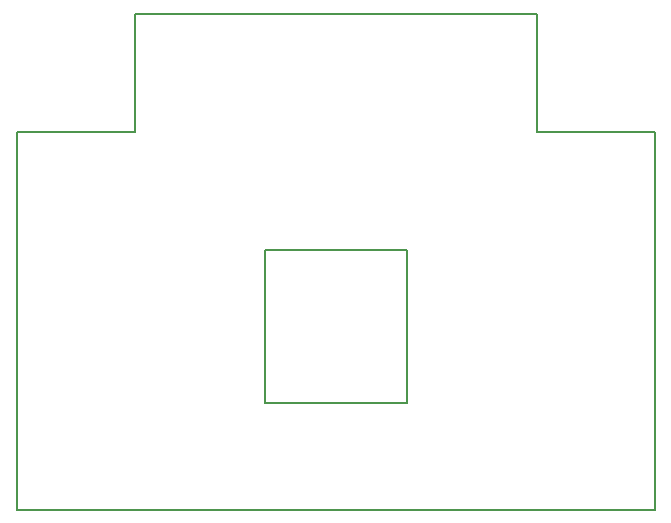
<source format=gbr>
G04 #@! TF.GenerationSoftware,KiCad,Pcbnew,5.0.2-bee76a0~70~ubuntu18.04.1*
G04 #@! TF.CreationDate,2019-11-03T21:10:50+01:00*
G04 #@! TF.ProjectId,puzzlebox,70757a7a-6c65-4626-9f78-2e6b69636164,rev?*
G04 #@! TF.SameCoordinates,Original*
G04 #@! TF.FileFunction,Profile,NP*
%FSLAX46Y46*%
G04 Gerber Fmt 4.6, Leading zero omitted, Abs format (unit mm)*
G04 Created by KiCad (PCBNEW 5.0.2-bee76a0~70~ubuntu18.04.1) date So 03 Nov 2019 21:10:50 CET*
%MOMM*%
%LPD*%
G01*
G04 APERTURE LIST*
%ADD10C,0.150000*%
G04 APERTURE END LIST*
D10*
X91000000Y-87000000D02*
X91000000Y-100000000D01*
X103000000Y-87000000D02*
X91000000Y-87000000D01*
X103000000Y-100000000D02*
X103000000Y-87000000D01*
X91000000Y-100000000D02*
X103000000Y-100000000D01*
X124000000Y-109000000D02*
X70000000Y-109000000D01*
X124000000Y-77000000D02*
X124000000Y-109000000D01*
X114000000Y-77000000D02*
X124000000Y-77000000D01*
X114000000Y-67000000D02*
X114000000Y-77000000D01*
X80000000Y-67000000D02*
X114000000Y-67000000D01*
X80000000Y-77000000D02*
X80000000Y-67000000D01*
X70000000Y-77000000D02*
X80000000Y-77000000D01*
X70000000Y-109000000D02*
X70000000Y-77000000D01*
M02*

</source>
